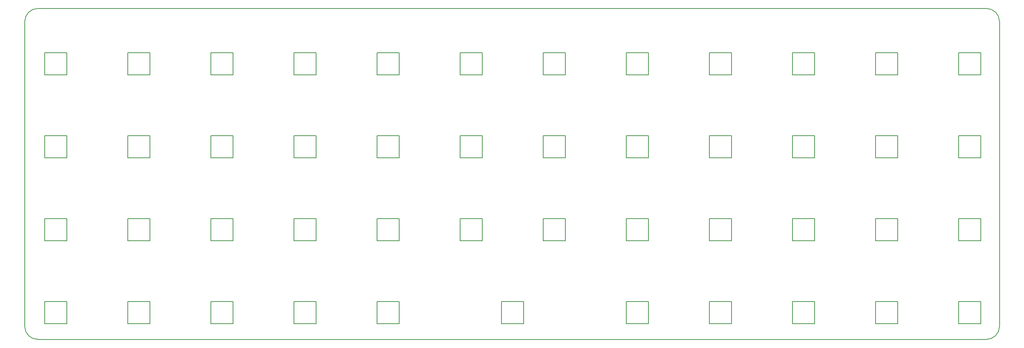
<source format=gm1>
G04 #@! TF.FileFunction,Profile,NP*
%FSLAX46Y46*%
G04 Gerber Fmt 4.6, Leading zero omitted, Abs format (unit mm)*
G04 Created by KiCad (PCBNEW 4.0.7) date 07/31/18 08:33:26*
%MOMM*%
%LPD*%
G01*
G04 APERTURE LIST*
%ADD10C,0.100000*%
%ADD11C,0.150000*%
G04 APERTURE END LIST*
D10*
D11*
X35902000Y-32380000D02*
G75*
G03X32902000Y-35380000I0J-3000000D01*
G01*
X32902000Y-105380000D02*
G75*
G03X35902000Y-108380000I3000000J0D01*
G01*
X32902000Y-105381785D02*
X32902000Y-35380000D01*
X253402000Y-32380000D02*
X35902000Y-32380000D01*
X256402000Y-35380000D02*
X256402000Y-105380000D01*
X256402000Y-35380000D02*
G75*
G03X253402000Y-32380000I-3000000J0D01*
G01*
X253402000Y-108380000D02*
G75*
G03X256402000Y-105380000I0J3000000D01*
G01*
X253402000Y-108380000D02*
X35902000Y-108380000D01*
X37460000Y-42540000D02*
X42540000Y-42540000D01*
X42540000Y-42540000D02*
X42540000Y-47620000D01*
X42540000Y-47620000D02*
X37460000Y-47620000D01*
X37460000Y-47620000D02*
X37460000Y-42540000D01*
X56510000Y-42540000D02*
X61590000Y-42540000D01*
X61590000Y-42540000D02*
X61590000Y-47620000D01*
X61590000Y-47620000D02*
X56510000Y-47620000D01*
X56510000Y-47620000D02*
X56510000Y-42540000D01*
X75560000Y-42540000D02*
X80640000Y-42540000D01*
X80640000Y-42540000D02*
X80640000Y-47620000D01*
X80640000Y-47620000D02*
X75560000Y-47620000D01*
X75560000Y-47620000D02*
X75560000Y-42540000D01*
X94610000Y-42540000D02*
X99690000Y-42540000D01*
X99690000Y-42540000D02*
X99690000Y-47620000D01*
X99690000Y-47620000D02*
X94610000Y-47620000D01*
X94610000Y-47620000D02*
X94610000Y-42540000D01*
X113660000Y-42540000D02*
X118740000Y-42540000D01*
X118740000Y-42540000D02*
X118740000Y-47620000D01*
X118740000Y-47620000D02*
X113660000Y-47620000D01*
X113660000Y-47620000D02*
X113660000Y-42540000D01*
X132710000Y-42540000D02*
X137790000Y-42540000D01*
X137790000Y-42540000D02*
X137790000Y-47620000D01*
X137790000Y-47620000D02*
X132710000Y-47620000D01*
X132710000Y-47620000D02*
X132710000Y-42540000D01*
X151760000Y-42540000D02*
X156840000Y-42540000D01*
X156840000Y-42540000D02*
X156840000Y-47620000D01*
X156840000Y-47620000D02*
X151760000Y-47620000D01*
X151760000Y-47620000D02*
X151760000Y-42540000D01*
X170810000Y-42540000D02*
X175890000Y-42540000D01*
X175890000Y-42540000D02*
X175890000Y-47620000D01*
X175890000Y-47620000D02*
X170810000Y-47620000D01*
X170810000Y-47620000D02*
X170810000Y-42540000D01*
X189860000Y-42540000D02*
X194940000Y-42540000D01*
X194940000Y-42540000D02*
X194940000Y-47620000D01*
X194940000Y-47620000D02*
X189860000Y-47620000D01*
X189860000Y-47620000D02*
X189860000Y-42540000D01*
X208910000Y-42540000D02*
X213990000Y-42540000D01*
X213990000Y-42540000D02*
X213990000Y-47620000D01*
X213990000Y-47620000D02*
X208910000Y-47620000D01*
X208910000Y-47620000D02*
X208910000Y-42540000D01*
X227960000Y-42540000D02*
X233040000Y-42540000D01*
X233040000Y-42540000D02*
X233040000Y-47620000D01*
X233040000Y-47620000D02*
X227960000Y-47620000D01*
X227960000Y-47620000D02*
X227960000Y-42540000D01*
X247010000Y-42540000D02*
X252090000Y-42540000D01*
X252090000Y-42540000D02*
X252090000Y-47620000D01*
X252090000Y-47620000D02*
X247010000Y-47620000D01*
X247010000Y-47620000D02*
X247010000Y-42540000D01*
X37460000Y-61590000D02*
X42540000Y-61590000D01*
X42540000Y-61590000D02*
X42540000Y-66670000D01*
X42540000Y-66670000D02*
X37460000Y-66670000D01*
X37460000Y-66670000D02*
X37460000Y-61590000D01*
X56510000Y-61590000D02*
X61590000Y-61590000D01*
X61590000Y-61590000D02*
X61590000Y-66670000D01*
X61590000Y-66670000D02*
X56510000Y-66670000D01*
X56510000Y-66670000D02*
X56510000Y-61590000D01*
X75560000Y-61590000D02*
X80640000Y-61590000D01*
X80640000Y-61590000D02*
X80640000Y-66670000D01*
X80640000Y-66670000D02*
X75560000Y-66670000D01*
X75560000Y-66670000D02*
X75560000Y-61590000D01*
X94610000Y-61590000D02*
X99690000Y-61590000D01*
X99690000Y-61590000D02*
X99690000Y-66670000D01*
X99690000Y-66670000D02*
X94610000Y-66670000D01*
X94610000Y-66670000D02*
X94610000Y-61590000D01*
X113660000Y-61590000D02*
X118740000Y-61590000D01*
X118740000Y-61590000D02*
X118740000Y-66670000D01*
X118740000Y-66670000D02*
X113660000Y-66670000D01*
X113660000Y-66670000D02*
X113660000Y-61590000D01*
X132710000Y-61590000D02*
X137790000Y-61590000D01*
X137790000Y-61590000D02*
X137790000Y-66670000D01*
X137790000Y-66670000D02*
X132710000Y-66670000D01*
X132710000Y-66670000D02*
X132710000Y-61590000D01*
X151760000Y-61590000D02*
X156840000Y-61590000D01*
X156840000Y-61590000D02*
X156840000Y-66670000D01*
X156840000Y-66670000D02*
X151760000Y-66670000D01*
X151760000Y-66670000D02*
X151760000Y-61590000D01*
X170810000Y-61590000D02*
X175890000Y-61590000D01*
X175890000Y-61590000D02*
X175890000Y-66670000D01*
X175890000Y-66670000D02*
X170810000Y-66670000D01*
X170810000Y-66670000D02*
X170810000Y-61590000D01*
X189860000Y-61590000D02*
X194940000Y-61590000D01*
X194940000Y-61590000D02*
X194940000Y-66670000D01*
X194940000Y-66670000D02*
X189860000Y-66670000D01*
X189860000Y-66670000D02*
X189860000Y-61590000D01*
X208910000Y-61590000D02*
X213990000Y-61590000D01*
X213990000Y-61590000D02*
X213990000Y-66670000D01*
X213990000Y-66670000D02*
X208910000Y-66670000D01*
X208910000Y-66670000D02*
X208910000Y-61590000D01*
X227960000Y-61590000D02*
X233040000Y-61590000D01*
X233040000Y-61590000D02*
X233040000Y-66670000D01*
X233040000Y-66670000D02*
X227960000Y-66670000D01*
X227960000Y-66670000D02*
X227960000Y-61590000D01*
X247010000Y-61590000D02*
X252090000Y-61590000D01*
X252090000Y-61590000D02*
X252090000Y-66670000D01*
X252090000Y-66670000D02*
X247010000Y-66670000D01*
X247010000Y-66670000D02*
X247010000Y-61590000D01*
X37460000Y-80640000D02*
X42540000Y-80640000D01*
X42540000Y-80640000D02*
X42540000Y-85720000D01*
X42540000Y-85720000D02*
X37460000Y-85720000D01*
X37460000Y-85720000D02*
X37460000Y-80640000D01*
X56510000Y-80640000D02*
X61590000Y-80640000D01*
X61590000Y-80640000D02*
X61590000Y-85720000D01*
X61590000Y-85720000D02*
X56510000Y-85720000D01*
X56510000Y-85720000D02*
X56510000Y-80640000D01*
X75560000Y-80640000D02*
X80640000Y-80640000D01*
X80640000Y-80640000D02*
X80640000Y-85720000D01*
X80640000Y-85720000D02*
X75560000Y-85720000D01*
X75560000Y-85720000D02*
X75560000Y-80640000D01*
X94610000Y-80640000D02*
X99690000Y-80640000D01*
X99690000Y-80640000D02*
X99690000Y-85720000D01*
X99690000Y-85720000D02*
X94610000Y-85720000D01*
X94610000Y-85720000D02*
X94610000Y-80640000D01*
X113660000Y-80640000D02*
X118740000Y-80640000D01*
X118740000Y-80640000D02*
X118740000Y-85720000D01*
X118740000Y-85720000D02*
X113660000Y-85720000D01*
X113660000Y-85720000D02*
X113660000Y-80640000D01*
X132710000Y-80640000D02*
X137790000Y-80640000D01*
X137790000Y-80640000D02*
X137790000Y-85720000D01*
X137790000Y-85720000D02*
X132710000Y-85720000D01*
X132710000Y-85720000D02*
X132710000Y-80640000D01*
X151760000Y-80640000D02*
X156840000Y-80640000D01*
X156840000Y-80640000D02*
X156840000Y-85720000D01*
X156840000Y-85720000D02*
X151760000Y-85720000D01*
X151760000Y-85720000D02*
X151760000Y-80640000D01*
X170810000Y-80640000D02*
X175890000Y-80640000D01*
X175890000Y-80640000D02*
X175890000Y-85720000D01*
X175890000Y-85720000D02*
X170810000Y-85720000D01*
X170810000Y-85720000D02*
X170810000Y-80640000D01*
X189860000Y-80640000D02*
X194940000Y-80640000D01*
X194940000Y-80640000D02*
X194940000Y-85720000D01*
X194940000Y-85720000D02*
X189860000Y-85720000D01*
X189860000Y-85720000D02*
X189860000Y-80640000D01*
X208910000Y-80640000D02*
X213990000Y-80640000D01*
X213990000Y-80640000D02*
X213990000Y-85720000D01*
X213990000Y-85720000D02*
X208910000Y-85720000D01*
X208910000Y-85720000D02*
X208910000Y-80640000D01*
X227960000Y-80640000D02*
X233040000Y-80640000D01*
X233040000Y-80640000D02*
X233040000Y-85720000D01*
X233040000Y-85720000D02*
X227960000Y-85720000D01*
X227960000Y-85720000D02*
X227960000Y-80640000D01*
X247010000Y-80640000D02*
X252090000Y-80640000D01*
X252090000Y-80640000D02*
X252090000Y-85720000D01*
X252090000Y-85720000D02*
X247010000Y-85720000D01*
X247010000Y-85720000D02*
X247010000Y-80640000D01*
X37460000Y-99690000D02*
X42540000Y-99690000D01*
X42540000Y-99690000D02*
X42540000Y-104770000D01*
X42540000Y-104770000D02*
X37460000Y-104770000D01*
X37460000Y-104770000D02*
X37460000Y-99690000D01*
X56510000Y-99690000D02*
X61590000Y-99690000D01*
X61590000Y-99690000D02*
X61590000Y-104770000D01*
X61590000Y-104770000D02*
X56510000Y-104770000D01*
X56510000Y-104770000D02*
X56510000Y-99690000D01*
X75560000Y-99690000D02*
X80640000Y-99690000D01*
X80640000Y-99690000D02*
X80640000Y-104770000D01*
X80640000Y-104770000D02*
X75560000Y-104770000D01*
X75560000Y-104770000D02*
X75560000Y-99690000D01*
X94610000Y-99690000D02*
X99690000Y-99690000D01*
X99690000Y-99690000D02*
X99690000Y-104770000D01*
X99690000Y-104770000D02*
X94610000Y-104770000D01*
X94610000Y-104770000D02*
X94610000Y-99690000D01*
X113660000Y-99690000D02*
X118740000Y-99690000D01*
X118740000Y-99690000D02*
X118740000Y-104770000D01*
X118740000Y-104770000D02*
X113660000Y-104770000D01*
X113660000Y-104770000D02*
X113660000Y-99690000D01*
X142235000Y-99690000D02*
X147315000Y-99690000D01*
X147315000Y-99690000D02*
X147315000Y-104770000D01*
X147315000Y-104770000D02*
X142235000Y-104770000D01*
X142235000Y-104770000D02*
X142235000Y-99690000D01*
X170810000Y-99690000D02*
X175890000Y-99690000D01*
X175890000Y-99690000D02*
X175890000Y-104770000D01*
X175890000Y-104770000D02*
X170810000Y-104770000D01*
X170810000Y-104770000D02*
X170810000Y-99690000D01*
X189860000Y-99690000D02*
X194940000Y-99690000D01*
X194940000Y-99690000D02*
X194940000Y-104770000D01*
X194940000Y-104770000D02*
X189860000Y-104770000D01*
X189860000Y-104770000D02*
X189860000Y-99690000D01*
X208910000Y-99690000D02*
X213990000Y-99690000D01*
X213990000Y-99690000D02*
X213990000Y-104770000D01*
X213990000Y-104770000D02*
X208910000Y-104770000D01*
X208910000Y-104770000D02*
X208910000Y-99690000D01*
X227960000Y-99690000D02*
X233040000Y-99690000D01*
X233040000Y-99690000D02*
X233040000Y-104770000D01*
X233040000Y-104770000D02*
X227960000Y-104770000D01*
X227960000Y-104770000D02*
X227960000Y-99690000D01*
X247010000Y-99690000D02*
X252090000Y-99690000D01*
X252090000Y-99690000D02*
X252090000Y-104770000D01*
X252090000Y-104770000D02*
X247010000Y-104770000D01*
X247010000Y-104770000D02*
X247010000Y-99690000D01*
M02*

</source>
